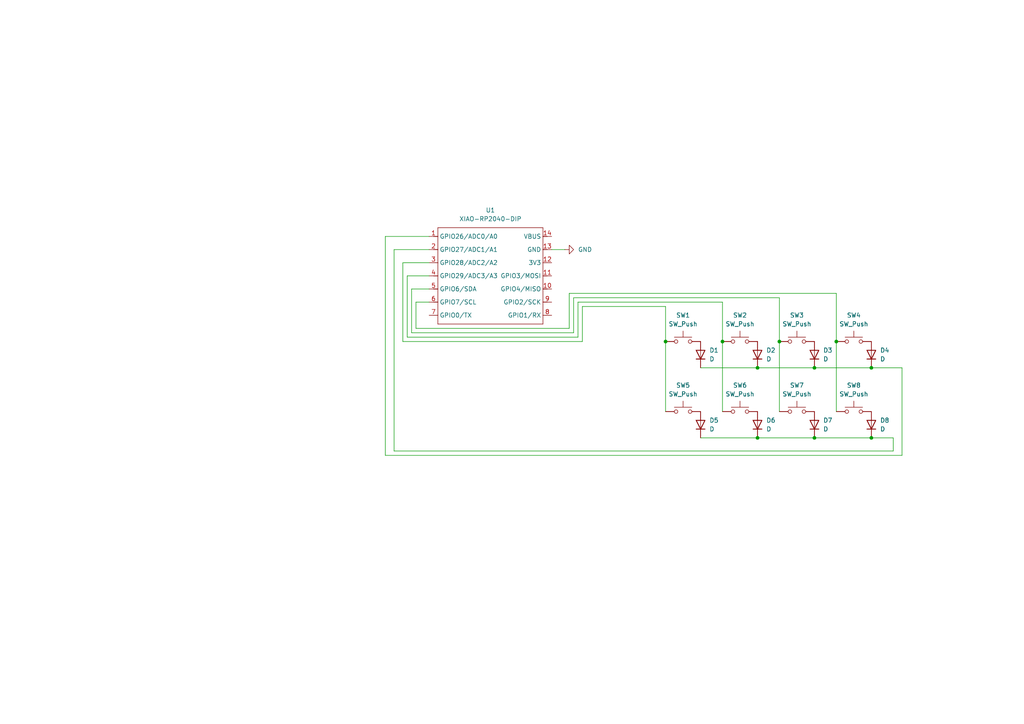
<source format=kicad_sch>
(kicad_sch (version 20250114) (generator "eeschema") (generator_version "9.0")
  (paper "A4")
  (lib_symbols
    (symbol "Device:D" (pin_numbers (hide yes)) (pin_names (offset 1.016) (hide yes))
      (property "Reference" "D" (at 0 2.54 0))
      (property "Value" "D" (at 0 -2.54 0))
      (symbol "D_0_1"
        (polyline (pts (xy -1.27 1.27) (xy -1.27 -1.27)) (stroke (width 0.254)))
        (polyline (pts (xy 1.27 1.27) (xy 1.27 -1.27) (xy -1.27 0) (xy 1.27 1.27)) (stroke (width 0.254)))
        (polyline (pts (xy 1.27 0) (xy -1.27 0)))
      )
      (symbol "D_1_1"
        (pin passive line (at -3.81 0 0) (length 2.54) (name "K") (number "1"))
        (pin passive line (at 3.81 0 180) (length 2.54) (name "A") (number "2"))
      )
    )
    (symbol "Seeed_Studio_XIAO_Series:XIAO-RP2040-DIP"
      (property "Reference" "U" (at 0 0 0))
      (property "Value" "XIAO-RP2040-DIP" (at 5.334 -1.778 0))
      (symbol "XIAO-RP2040-DIP_1_0"
        (polyline (pts (xy -1.27 -2.54) (xy 29.21 -2.54)) (stroke (width 0.1524)))
        (polyline (pts (xy -1.27 -5.08) (xy -2.54 -5.08)) (stroke (width 0.1524)))
        (polyline (pts (xy -1.27 -5.08) (xy -1.27 -2.54)) (stroke (width 0.1524)))
        (polyline (pts (xy -1.27 -8.89) (xy -2.54 -8.89)) (stroke (width 0.1524)))
        (polyline (pts (xy -1.27 -8.89) (xy -1.27 -5.08)) (stroke (width 0.1524)))
        (polyline (pts (xy -1.27 -12.7) (xy -2.54 -12.7)) (stroke (width 0.1524)))
        (polyline (pts (xy -1.27 -12.7) (xy -1.27 -8.89)) (stroke (width 0.1524)))
        (polyline (pts (xy -1.27 -16.51) (xy -2.54 -16.51)) (stroke (width 0.1524)))
        (polyline (pts (xy -1.27 -16.51) (xy -1.27 -12.7)) (stroke (width 0.1524)))
        (polyline (pts (xy -1.27 -20.32) (xy -2.54 -20.32)) (stroke (width 0.1524)))
        (polyline (pts (xy -1.27 -24.13) (xy -2.54 -24.13)) (stroke (width 0.1524)))
        (polyline (pts (xy -1.27 -27.94) (xy -2.54 -27.94)) (stroke (width 0.1524)))
        (polyline (pts (xy -1.27 -30.48) (xy -1.27 -16.51)) (stroke (width 0.1524)))
        (polyline (pts (xy 29.21 -2.54) (xy 29.21 -5.08)) (stroke (width 0.1524)))
        (polyline (pts (xy 29.21 -5.08) (xy 29.21 -8.89)) (stroke (width 0.1524)))
        (polyline (pts (xy 29.21 -8.89) (xy 29.21 -12.7)) (stroke (width 0.1524)))
        (polyline (pts (xy 29.21 -12.7) (xy 29.21 -30.48)) (stroke (width 0.1524)))
        (polyline (pts (xy 29.21 -30.48) (xy -1.27 -30.48)) (stroke (width 0.1524)))
        (polyline (pts (xy 30.48 -5.08) (xy 29.21 -5.08)) (stroke (width 0.1524)))
        (polyline (pts (xy 30.48 -8.89) (xy 29.21 -8.89)) (stroke (width 0.1524)))
        (polyline (pts (xy 30.48 -12.7) (xy 29.21 -12.7)) (stroke (width 0.1524)))
        (polyline (pts (xy 30.48 -16.51) (xy 29.21 -16.51)) (stroke (width 0.1524)))
        (polyline (pts (xy 30.48 -20.32) (xy 29.21 -20.32)) (stroke (width 0.1524)))
        (polyline (pts (xy 30.48 -24.13) (xy 29.21 -24.13)) (stroke (width 0.1524)))
        (polyline (pts (xy 30.48 -27.94) (xy 29.21 -27.94)) (stroke (width 0.1524)))
        (pin passive line (at -3.81 -5.08 0) (length 2.54) (name "GPIO26/ADC0/A0") (number "1"))
        (pin passive line (at -3.81 -8.89 0) (length 2.54) (name "GPIO27/ADC1/A1") (number "2"))
        (pin passive line (at -3.81 -12.7 0) (length 2.54) (name "GPIO28/ADC2/A2") (number "3"))
        (pin passive line (at -3.81 -16.51 0) (length 2.54) (name "GPIO29/ADC3/A3") (number "4"))
        (pin passive line (at -3.81 -20.32 0) (length 2.54) (name "GPIO6/SDA") (number "5"))
        (pin passive line (at -3.81 -24.13 0) (length 2.54) (name "GPIO7/SCL") (number "6"))
        (pin passive line (at -3.81 -27.94 0) (length 2.54) (name "GPIO0/TX") (number "7"))
        (pin passive line (at 31.75 -5.08 180) (length 2.54) (name "VBUS") (number "14"))
        (pin passive line (at 31.75 -8.89 180) (length 2.54) (name "GND") (number "13"))
        (pin passive line (at 31.75 -12.7 180) (length 2.54) (name "3V3") (number "12"))
        (pin passive line (at 31.75 -16.51 180) (length 2.54) (name "GPIO3/MOSI") (number "11"))
        (pin passive line (at 31.75 -20.32 180) (length 2.54) (name "GPIO4/MISO") (number "10"))
        (pin passive line (at 31.75 -24.13 180) (length 2.54) (name "GPIO2/SCK") (number "9"))
        (pin passive line (at 31.75 -27.94 180) (length 2.54) (name "GPIO1/RX") (number "8"))
      )
    )
    (symbol "Switch:SW_Push" (pin_numbers (hide yes)) (pin_names (offset 1.016) (hide yes))
      (property "Reference" "SW" (at 1.27 2.54 0))
      (property "Value" "SW_Push" (at 0 -1.524 0))
      (symbol "SW_Push_0_1"
        (circle (center -2.032 0) (radius 0.508))
        (polyline (pts (xy 0 1.27) (xy 0 3.048)))
        (circle (center 2.032 0) (radius 0.508))
        (polyline (pts (xy 2.54 1.27) (xy -2.54 1.27)))
        (pin passive line (at -5.08 0 0) (length 2.54) (name "1") (number "1"))
        (pin passive line (at 5.08 0 180) (length 2.54) (name "2") (number "2"))
      )
    )
    (symbol "power:GND" (power) (pin_numbers (hide yes)) (pin_names (offset 0) (hide yes))
      (property "Value" "GND" (at 0 -3.81 0))
      (symbol "GND_0_1"
        (polyline (pts (xy 0 0) (xy 0 -1.27) (xy 1.27 -1.27) (xy 0 -2.54) (xy -1.27 -1.27) (xy 0 -1.27)))
      )
      (symbol "GND_1_1"
        (pin power_in line (at 0 0 270) (length 0) (name "~") (number "1"))
      )
    )
  )
  (junction (at 219.71 127))
  (junction (at 219.71 106.68))
  (junction (at 236.22 127))
  (junction (at 236.22 106.68))
  (junction (at 242.57 99.06))
  (junction (at 209.55 99.06))
  (junction (at 193.04 99.06))
  (junction (at 226.06 99.06))
  (junction (at 252.73 127))
  (junction (at 252.73 106.68))
  (wire (pts (xy 116.84 99.06) (xy 116.84 76.2)))
  (wire (pts (xy 165.1 95.25) (xy 120.65 95.25)))
  (wire (pts (xy 118.11 97.79) (xy 118.11 80.01)))
  (wire (pts (xy 160.02 72.39) (xy 163.83 72.39)))
  (wire (pts (xy 226.06 86.36) (xy 226.06 99.06)))
  (wire (pts (xy 118.11 80.01) (xy 124.46 80.01)))
  (wire (pts (xy 193.04 88.9) (xy 168.91 88.9)))
  (wire (pts (xy 219.71 127) (xy 236.22 127)))
  (wire (pts (xy 236.22 106.68) (xy 252.73 106.68)))
  (wire (pts (xy 209.55 87.63) (xy 209.55 99.06)))
  (wire (pts (xy 203.2 127) (xy 219.71 127)))
  (wire (pts (xy 166.37 96.52) (xy 119.38 96.52)))
  (wire (pts (xy 114.3 130.81) (xy 114.3 72.39)))
  (wire (pts (xy 193.04 88.9) (xy 193.04 99.06)))
  (wire (pts (xy 111.76 68.58) (xy 124.46 68.58)))
  (wire (pts (xy 119.38 96.52) (xy 119.38 83.82)))
  (wire (pts (xy 259.08 127) (xy 259.08 130.81)))
  (wire (pts (xy 226.06 86.36) (xy 166.37 86.36)))
  (wire (pts (xy 167.64 97.79) (xy 118.11 97.79)))
  (wire (pts (xy 259.08 130.81) (xy 114.3 130.81)))
  (wire (pts (xy 242.57 85.09) (xy 242.57 99.06)))
  (wire (pts (xy 261.62 106.68) (xy 261.62 132.08)))
  (wire (pts (xy 252.73 127) (xy 259.08 127)))
  (wire (pts (xy 242.57 85.09) (xy 165.1 85.09)))
  (wire (pts (xy 168.91 99.06) (xy 116.84 99.06)))
  (wire (pts (xy 203.2 106.68) (xy 219.71 106.68)))
  (wire (pts (xy 119.38 83.82) (xy 124.46 83.82)))
  (wire (pts (xy 226.06 99.06) (xy 226.06 119.38)))
  (wire (pts (xy 167.64 87.63) (xy 167.64 97.79)))
  (wire (pts (xy 111.76 132.08) (xy 111.76 68.58)))
  (wire (pts (xy 116.84 76.2) (xy 124.46 76.2)))
  (wire (pts (xy 242.57 99.06) (xy 242.57 119.38)))
  (wire (pts (xy 209.55 87.63) (xy 167.64 87.63)))
  (wire (pts (xy 114.3 72.39) (xy 124.46 72.39)))
  (wire (pts (xy 209.55 99.06) (xy 209.55 119.38)))
  (wire (pts (xy 165.1 85.09) (xy 165.1 95.25)))
  (wire (pts (xy 193.04 99.06) (xy 193.04 119.38)))
  (wire (pts (xy 219.71 106.68) (xy 236.22 106.68)))
  (wire (pts (xy 120.65 87.63) (xy 124.46 87.63)))
  (wire (pts (xy 236.22 127) (xy 252.73 127)))
  (wire (pts (xy 166.37 86.36) (xy 166.37 96.52)))
  (wire (pts (xy 168.91 88.9) (xy 168.91 99.06)))
  (wire (pts (xy 120.65 87.63) (xy 120.65 95.25)))
  (wire (pts (xy 252.73 106.68) (xy 261.62 106.68)))
  (wire (pts (xy 261.62 132.08) (xy 111.76 132.08)))
  (symbol (lib_id "Device:D") (at 203.2 102.87 90) (unit 1)
    (property "Reference" "D1" (at 205.74 101.5999 90) (effects (justify right)))
    (property "Value" "D" (at 205.74 104.1399 90) (effects (justify right)))
    (property "Footprint" "Diode_THT:D_T-1_P5.08mm_Horizontal" (effects (hide yes)))
    (property "Description" "Diode" (effects (hide yes)))
    (property "Sim.Device" "D" (effects (hide yes)))
    (property "Sim.Pins" "1=K 2=A" (effects (hide yes)))
  )
  (symbol (lib_id "Switch:SW_Push") (at 214.63 119.38 0) (unit 1)
    (property "Reference" "SW6" (at 214.63 111.76 0))
    (property "Value" "SW_Push" (at 214.63 114.3 0))
    (property "Footprint" "Button_Switch_Keyboard:SW_Cherry_MX_1.00u_PCB" (effects (hide yes)))
    (property "Description" "Push button switch, generic, two pins" (effects (hide yes)))
  )
  (symbol (lib_id "Device:D") (at 252.73 123.19 90) (unit 1)
    (property "Reference" "D8" (at 255.27 121.9199 90) (effects (justify right)))
    (property "Value" "D" (at 255.27 124.4599 90) (effects (justify right)))
    (property "Footprint" "Diode_THT:D_T-1_P5.08mm_Horizontal" (effects (hide yes)))
    (property "Description" "Diode" (effects (hide yes)))
    (property "Sim.Device" "D" (effects (hide yes)))
    (property "Sim.Pins" "1=K 2=A" (effects (hide yes)))
  )
  (symbol (lib_id "Device:D") (at 236.22 123.19 90) (unit 1)
    (property "Reference" "D7" (at 238.76 121.9199 90) (effects (justify right)))
    (property "Value" "D" (at 238.76 124.4599 90) (effects (justify right)))
    (property "Footprint" "Diode_THT:D_T-1_P5.08mm_Horizontal" (effects (hide yes)))
    (property "Description" "Diode" (effects (hide yes)))
    (property "Sim.Device" "D" (effects (hide yes)))
    (property "Sim.Pins" "1=K 2=A" (effects (hide yes)))
  )
  (symbol (lib_id "Switch:SW_Push") (at 214.63 99.06 0) (unit 1)
    (property "Reference" "SW2" (at 214.63 91.44 0))
    (property "Value" "SW_Push" (at 214.63 93.98 0))
    (property "Footprint" "Button_Switch_Keyboard:SW_Cherry_MX_1.00u_PCB" (effects (hide yes)))
    (property "Description" "Push button switch, generic, two pins" (effects (hide yes)))
  )
  (symbol (lib_id "Switch:SW_Push") (at 247.65 99.06 0) (unit 1)
    (property "Reference" "SW4" (at 247.65 91.44 0))
    (property "Value" "SW_Push" (at 247.65 93.98 0))
    (property "Footprint" "Button_Switch_Keyboard:SW_Cherry_MX_1.00u_PCB" (effects (hide yes)))
    (property "Description" "Push button switch, generic, two pins" (effects (hide yes)))
  )
  (symbol (lib_id "Switch:SW_Push") (at 198.12 119.38 0) (unit 1)
    (property "Reference" "SW5" (at 198.12 111.76 0))
    (property "Value" "SW_Push" (at 198.12 114.3 0))
    (property "Footprint" "Button_Switch_Keyboard:SW_Cherry_MX_1.00u_PCB" (effects (hide yes)))
    (property "Description" "Push button switch, generic, two pins" (effects (hide yes)))
  )
  (symbol (lib_id "Device:D") (at 203.2 123.19 90) (unit 1)
    (property "Reference" "D5" (at 205.74 121.9199 90) (effects (justify right)))
    (property "Value" "D" (at 205.74 124.4599 90) (effects (justify right)))
    (property "Footprint" "Diode_THT:D_T-1_P5.08mm_Horizontal" (effects (hide yes)))
    (property "Description" "Diode" (effects (hide yes)))
    (property "Sim.Device" "D" (effects (hide yes)))
    (property "Sim.Pins" "1=K 2=A" (effects (hide yes)))
  )
  (symbol (lib_id "Device:D") (at 236.22 102.87 90) (unit 1)
    (property "Reference" "D3" (at 238.76 101.5999 90) (effects (justify right)))
    (property "Value" "D" (at 238.76 104.1399 90) (effects (justify right)))
    (property "Footprint" "Diode_THT:D_T-1_P5.08mm_Horizontal" (effects (hide yes)))
    (property "Description" "Diode" (effects (hide yes)))
    (property "Sim.Device" "D" (effects (hide yes)))
    (property "Sim.Pins" "1=K 2=A" (effects (hide yes)))
  )
  (symbol (lib_id "Seeed_Studio_XIAO_Series:XIAO-RP2040-DIP") (at 128.27 63.5 0) (unit 1)
    (property "Reference" "U1" (at 142.24 60.96 0))
    (property "Value" "XIAO-RP2040-DIP" (at 142.24 63.5 0))
    (property "Footprint" "OPL:XIAO-RP2040-DIP" (effects (hide yes)))
  )
  (symbol (lib_id "Switch:SW_Push") (at 247.65 119.38 0) (unit 1)
    (property "Reference" "SW8" (at 247.65 111.76 0))
    (property "Value" "SW_Push" (at 247.65 114.3 0))
    (property "Footprint" "Button_Switch_Keyboard:SW_Cherry_MX_1.00u_PCB" (effects (hide yes)))
    (property "Description" "Push button switch, generic, two pins" (effects (hide yes)))
  )
  (symbol (lib_id "Switch:SW_Push") (at 231.14 99.06 0) (unit 1)
    (property "Reference" "SW3" (at 231.14 91.44 0))
    (property "Value" "SW_Push" (at 231.14 93.98 0))
    (property "Footprint" "Button_Switch_Keyboard:SW_Cherry_MX_1.00u_PCB" (effects (hide yes)))
    (property "Description" "Push button switch, generic, two pins" (effects (hide yes)))
  )
  (symbol (lib_id "Switch:SW_Push") (at 231.14 119.38 0) (unit 1)
    (property "Reference" "SW7" (at 231.14 111.76 0))
    (property "Value" "SW_Push" (at 231.14 114.3 0))
    (property "Footprint" "Button_Switch_Keyboard:SW_Cherry_MX_1.00u_PCB" (effects (hide yes)))
    (property "Description" "Push button switch, generic, two pins" (effects (hide yes)))
  )
  (symbol (lib_id "Switch:SW_Push") (at 198.12 99.06 0) (unit 1)
    (property "Reference" "SW1" (at 198.12 91.44 0))
    (property "Value" "SW_Push" (at 198.12 93.98 0))
    (property "Footprint" "Button_Switch_Keyboard:SW_Cherry_MX_1.00u_PCB" (effects (hide yes)))
    (property "Description" "Push button switch, generic, two pins" (effects (hide yes)))
  )
  (symbol (lib_id "Device:D") (at 219.71 123.19 90) (unit 1)
    (property "Reference" "D6" (at 222.25 121.9199 90) (effects (justify right)))
    (property "Value" "D" (at 222.25 124.4599 90) (effects (justify right)))
    (property "Footprint" "Diode_THT:D_T-1_P5.08mm_Horizontal" (effects (hide yes)))
    (property "Description" "Diode" (effects (hide yes)))
    (property "Sim.Device" "D" (effects (hide yes)))
    (property "Sim.Pins" "1=K 2=A" (effects (hide yes)))
  )
  (symbol (lib_id "power:GND") (at 163.83 72.39 90) (unit 1)
    (property "Reference" "#PWR01" (effects (hide yes)))
    (property "Value" "GND" (at 167.64 72.3899 90) (effects (justify right)))
    (property "Description" "Power symbol creates a global label with name \"GND\" , ground" (effects (hide yes)))
  )
  (symbol (lib_id "Device:D") (at 252.73 102.87 90) (unit 1)
    (property "Reference" "D4" (at 255.27 101.5999 90) (effects (justify right)))
    (property "Value" "D" (at 255.27 104.1399 90) (effects (justify right)))
    (property "Footprint" "Diode_THT:D_T-1_P5.08mm_Horizontal" (effects (hide yes)))
    (property "Description" "Diode" (effects (hide yes)))
    (property "Sim.Device" "D" (effects (hide yes)))
    (property "Sim.Pins" "1=K 2=A" (effects (hide yes)))
  )
  (symbol (lib_id "Device:D") (at 219.71 102.87 90) (unit 1)
    (property "Reference" "D2" (at 222.25 101.5999 90) (effects (justify right)))
    (property "Value" "D" (at 222.25 104.1399 90) (effects (justify right)))
    (property "Footprint" "Diode_THT:D_T-1_P5.08mm_Horizontal" (effects (hide yes)))
    (property "Description" "Diode" (effects (hide yes)))
    (property "Sim.Device" "D" (effects (hide yes)))
    (property "Sim.Pins" "1=K 2=A" (effects (hide yes)))
  )
)
</source>
